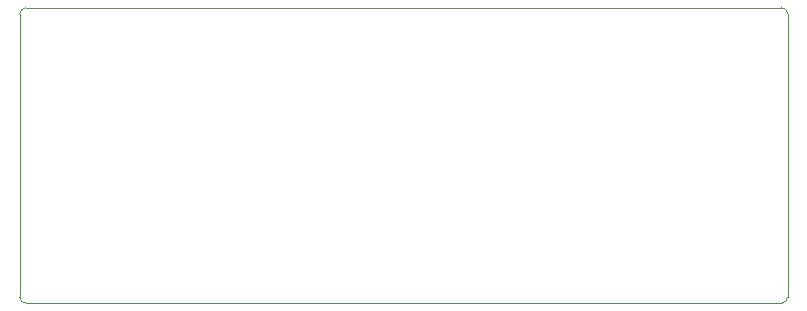
<source format=gm1>
G04 #@! TF.GenerationSoftware,KiCad,Pcbnew,(6.0.8)*
G04 #@! TF.CreationDate,2022-10-23T18:16:56+02:00*
G04 #@! TF.ProjectId,ethernet-pmod,65746865-726e-4657-942d-706d6f642e6b,rev?*
G04 #@! TF.SameCoordinates,Original*
G04 #@! TF.FileFunction,Profile,NP*
%FSLAX46Y46*%
G04 Gerber Fmt 4.6, Leading zero omitted, Abs format (unit mm)*
G04 Created by KiCad (PCBNEW (6.0.8)) date 2022-10-23 18:16:56*
%MOMM*%
%LPD*%
G01*
G04 APERTURE LIST*
G04 #@! TA.AperFunction,Profile*
%ADD10C,0.100000*%
G04 #@! TD*
G04 APERTURE END LIST*
D10*
X117500000Y-112000000D02*
G75*
G03*
X118000000Y-112500000I500000J0D01*
G01*
X118000000Y-112500000D02*
X182000000Y-112500000D01*
X182000000Y-87500000D02*
X118000000Y-87500000D01*
X182500000Y-88000000D02*
G75*
G03*
X182000000Y-87500000I-500000J0D01*
G01*
X182000000Y-112500000D02*
G75*
G03*
X182500000Y-112000000I0J500000D01*
G01*
X182500000Y-112000000D02*
X182500000Y-88000000D01*
X118000000Y-87500000D02*
G75*
G03*
X117500000Y-88000000I0J-500000D01*
G01*
X117500000Y-88000000D02*
X117500000Y-112000000D01*
M02*

</source>
